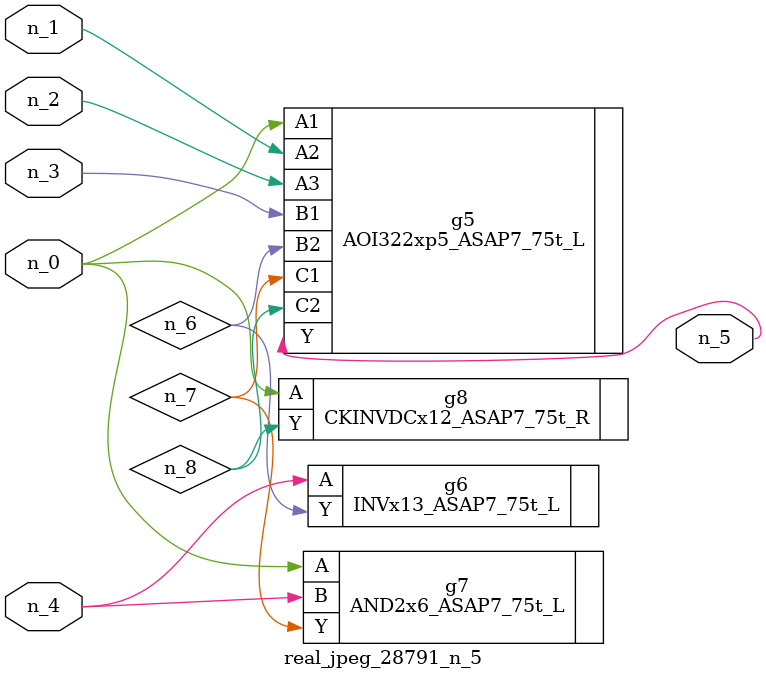
<source format=v>
module real_jpeg_28791_n_5 (n_4, n_0, n_1, n_2, n_3, n_5);

input n_4;
input n_0;
input n_1;
input n_2;
input n_3;

output n_5;

wire n_8;
wire n_6;
wire n_7;

AOI322xp5_ASAP7_75t_L g5 ( 
.A1(n_0),
.A2(n_1),
.A3(n_2),
.B1(n_3),
.B2(n_6),
.C1(n_7),
.C2(n_8),
.Y(n_5)
);

AND2x6_ASAP7_75t_L g7 ( 
.A(n_0),
.B(n_4),
.Y(n_7)
);

CKINVDCx12_ASAP7_75t_R g8 ( 
.A(n_0),
.Y(n_8)
);

INVx13_ASAP7_75t_L g6 ( 
.A(n_4),
.Y(n_6)
);


endmodule
</source>
